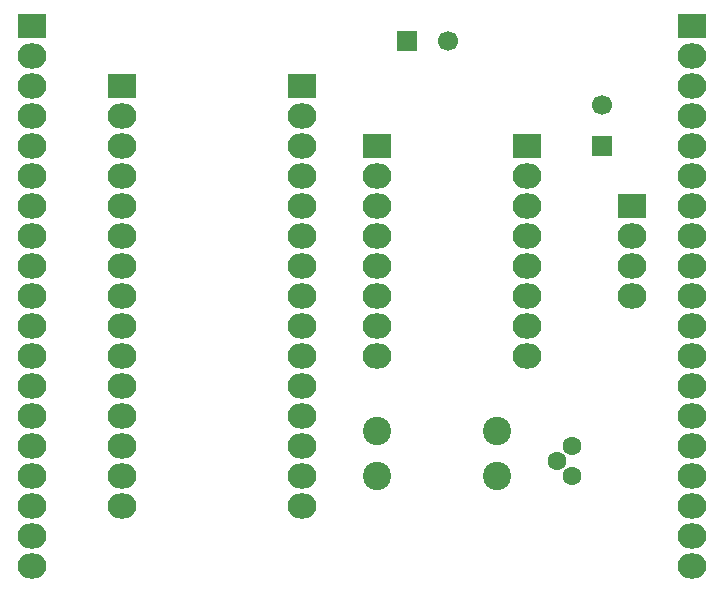
<source format=gbr>
G04 #@! TF.FileFunction,Soldermask,Bot*
%FSLAX46Y46*%
G04 Gerber Fmt 4.6, Leading zero omitted, Abs format (unit mm)*
G04 Created by KiCad (PCBNEW 4.0.3+e1-6302~38~ubuntu16.04.1-stable) date Thu Aug 25 17:17:48 2016*
%MOMM*%
%LPD*%
G01*
G04 APERTURE LIST*
%ADD10C,0.100000*%
%ADD11R,2.432000X2.127200*%
%ADD12O,2.432000X2.127200*%
%ADD13C,1.700000*%
%ADD14R,1.700000X1.700000*%
%ADD15C,1.600000*%
%ADD16C,2.398980*%
G04 APERTURE END LIST*
D10*
D11*
X58420000Y-60960000D03*
D12*
X58420000Y-63500000D03*
X58420000Y-66040000D03*
X58420000Y-68580000D03*
X58420000Y-71120000D03*
X58420000Y-73660000D03*
X58420000Y-76200000D03*
X58420000Y-78740000D03*
X58420000Y-81280000D03*
X58420000Y-83820000D03*
X58420000Y-86360000D03*
X58420000Y-88900000D03*
X58420000Y-91440000D03*
X58420000Y-93980000D03*
X58420000Y-96520000D03*
D11*
X73660000Y-60960000D03*
D12*
X73660000Y-63500000D03*
X73660000Y-66040000D03*
X73660000Y-68580000D03*
X73660000Y-71120000D03*
X73660000Y-73660000D03*
X73660000Y-76200000D03*
X73660000Y-78740000D03*
X73660000Y-81280000D03*
X73660000Y-83820000D03*
X73660000Y-86360000D03*
X73660000Y-88900000D03*
X73660000Y-91440000D03*
X73660000Y-93980000D03*
X73660000Y-96520000D03*
D11*
X80010000Y-66040000D03*
D12*
X80010000Y-68580000D03*
X80010000Y-71120000D03*
X80010000Y-73660000D03*
X80010000Y-76200000D03*
X80010000Y-78740000D03*
X80010000Y-81280000D03*
X80010000Y-83820000D03*
D11*
X92710000Y-66040000D03*
D12*
X92710000Y-68580000D03*
X92710000Y-71120000D03*
X92710000Y-73660000D03*
X92710000Y-76200000D03*
X92710000Y-78740000D03*
X92710000Y-81280000D03*
X92710000Y-83820000D03*
D11*
X101600000Y-71120000D03*
D12*
X101600000Y-73660000D03*
X101600000Y-76200000D03*
X101600000Y-78740000D03*
D13*
X86050000Y-57150000D03*
D14*
X82550000Y-57150000D03*
D15*
X96520000Y-91440000D03*
X95250000Y-92710000D03*
X96520000Y-93980000D03*
D16*
X80010000Y-93980000D03*
X90170000Y-93980000D03*
X80010000Y-90170000D03*
X90170000Y-90170000D03*
D11*
X106680000Y-55880000D03*
D12*
X106680000Y-58420000D03*
X106680000Y-60960000D03*
X106680000Y-63500000D03*
X106680000Y-66040000D03*
X106680000Y-68580000D03*
X106680000Y-71120000D03*
X106680000Y-73660000D03*
X106680000Y-76200000D03*
X106680000Y-78740000D03*
X106680000Y-81280000D03*
X106680000Y-83820000D03*
X106680000Y-86360000D03*
X106680000Y-88900000D03*
X106680000Y-91440000D03*
X106680000Y-93980000D03*
X106680000Y-96520000D03*
X106680000Y-99060000D03*
X106680000Y-101600000D03*
D13*
X99060000Y-62540000D03*
D14*
X99060000Y-66040000D03*
D11*
X50800000Y-55880000D03*
D12*
X50800000Y-58420000D03*
X50800000Y-60960000D03*
X50800000Y-63500000D03*
X50800000Y-66040000D03*
X50800000Y-68580000D03*
X50800000Y-71120000D03*
X50800000Y-73660000D03*
X50800000Y-76200000D03*
X50800000Y-78740000D03*
X50800000Y-81280000D03*
X50800000Y-83820000D03*
X50800000Y-86360000D03*
X50800000Y-88900000D03*
X50800000Y-91440000D03*
X50800000Y-93980000D03*
X50800000Y-96520000D03*
X50800000Y-99060000D03*
X50800000Y-101600000D03*
M02*

</source>
